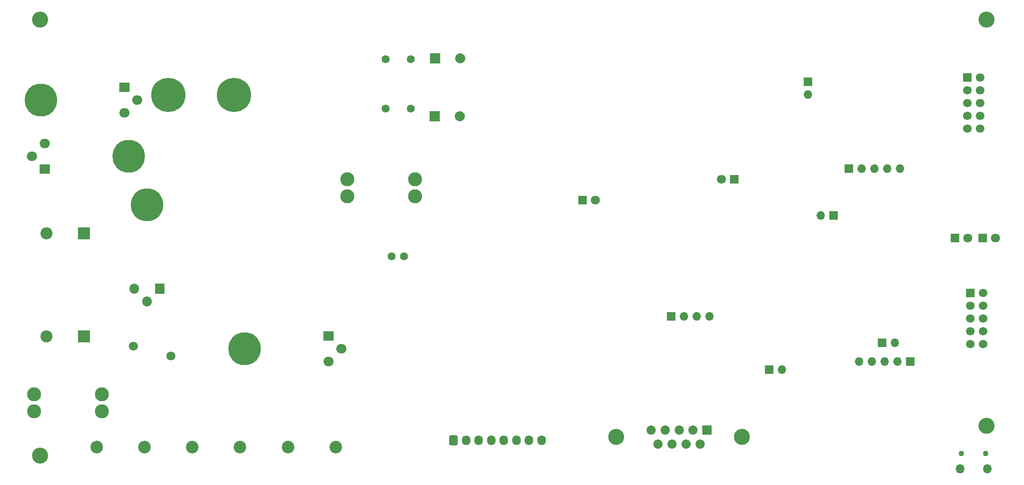
<source format=gbs>
G04 #@! TF.GenerationSoftware,KiCad,Pcbnew,8.0.8*
G04 #@! TF.CreationDate,2025-02-25T18:25:39+01:00*
G04 #@! TF.ProjectId,EPS,4550532e-6b69-4636-9164-5f7063625858,rev?*
G04 #@! TF.SameCoordinates,Original*
G04 #@! TF.FileFunction,Soldermask,Bot*
G04 #@! TF.FilePolarity,Negative*
%FSLAX46Y46*%
G04 Gerber Fmt 4.6, Leading zero omitted, Abs format (unit mm)*
G04 Created by KiCad (PCBNEW 8.0.8) date 2025-02-25 18:25:39*
%MOMM*%
%LPD*%
G01*
G04 APERTURE LIST*
G04 Aperture macros list*
%AMRoundRect*
0 Rectangle with rounded corners*
0 $1 Rounding radius*
0 $2 $3 $4 $5 $6 $7 $8 $9 X,Y pos of 4 corners*
0 Add a 4 corners polygon primitive as box body*
4,1,4,$2,$3,$4,$5,$6,$7,$8,$9,$2,$3,0*
0 Add four circle primitives for the rounded corners*
1,1,$1+$1,$2,$3*
1,1,$1+$1,$4,$5*
1,1,$1+$1,$6,$7*
1,1,$1+$1,$8,$9*
0 Add four rect primitives between the rounded corners*
20,1,$1+$1,$2,$3,$4,$5,0*
20,1,$1+$1,$4,$5,$6,$7,0*
20,1,$1+$1,$6,$7,$8,$9,0*
20,1,$1+$1,$8,$9,$2,$3,0*%
G04 Aperture macros list end*
%ADD10R,1.700000X1.700000*%
%ADD11O,1.700000X1.700000*%
%ADD12C,6.800000*%
%ADD13C,3.200000*%
%ADD14C,2.800000*%
%ADD15C,1.800000*%
%ADD16R,1.800000X1.800000*%
%ADD17C,2.500000*%
%ADD18O,2.000000X1.905000*%
%ADD19R,2.000000X1.905000*%
%ADD20O,6.500000X6.500000*%
%ADD21C,1.600000*%
%ADD22C,2.400000*%
%ADD23R,2.400000X2.400000*%
%ADD24O,1.905000X2.000000*%
%ADD25R,1.905000X2.000000*%
%ADD26C,1.700000*%
%ADD27RoundRect,0.250000X-0.600000X-0.725000X0.600000X-0.725000X0.600000X0.725000X-0.600000X0.725000X0*%
%ADD28O,1.700000X1.950000*%
%ADD29C,3.180000*%
%ADD30RoundRect,0.102000X-0.817500X-0.817500X0.817500X-0.817500X0.817500X0.817500X-0.817500X0.817500X0*%
%ADD31C,1.839000*%
%ADD32O,1.800000X1.800000*%
%ADD33C,1.100000*%
%ADD34R,2.000000X2.000000*%
%ADD35C,2.000000*%
G04 APERTURE END LIST*
D10*
X203210000Y-81210000D03*
D11*
X205750000Y-81210000D03*
X208290000Y-81210000D03*
X210830000Y-81210000D03*
X213370000Y-81210000D03*
D12*
X68000000Y-66500000D03*
X81000000Y-66500000D03*
D13*
X42500000Y-138250000D03*
D14*
X103515000Y-83300000D03*
X103515000Y-86700000D03*
X116985000Y-83300000D03*
X116985000Y-86700000D03*
D15*
X152780000Y-87475000D03*
D16*
X150240000Y-87475000D03*
D17*
X72725000Y-136500000D03*
X82225000Y-136500000D03*
D18*
X59287500Y-70040000D03*
X61827500Y-67500000D03*
D19*
X59287500Y-64960000D03*
D20*
X42627500Y-67500000D03*
D10*
X215365000Y-119500000D03*
D11*
X212825000Y-119500000D03*
X210285000Y-119500000D03*
X207745000Y-119500000D03*
X205205000Y-119500000D03*
D13*
X230500000Y-51500000D03*
D21*
X112300000Y-98650000D03*
X114800000Y-98650000D03*
D16*
X224290000Y-95000000D03*
D15*
X226830000Y-95000000D03*
D22*
X43727780Y-114500000D03*
D23*
X51227780Y-114500000D03*
D14*
X54750000Y-129420000D03*
X54750000Y-126020000D03*
X41280000Y-129420000D03*
X41280000Y-126020000D03*
D18*
X43462500Y-76210000D03*
X40922500Y-78750000D03*
D19*
X43462500Y-81290000D03*
D20*
X60122500Y-78750000D03*
D21*
X116132677Y-59450000D03*
X111132677Y-59450000D03*
D15*
X61015280Y-116510000D03*
X68515280Y-118410000D03*
D13*
X230500000Y-132290000D03*
D24*
X61210000Y-105037500D03*
X63750000Y-107577500D03*
D25*
X66290000Y-105037500D03*
D20*
X63750000Y-88377500D03*
D16*
X229750000Y-95000000D03*
D15*
X232290000Y-95000000D03*
D13*
X42500000Y-51500000D03*
D10*
X187375000Y-121140000D03*
D11*
X189915000Y-121140000D03*
D10*
X209750000Y-115765000D03*
D11*
X212290000Y-115765000D03*
D20*
X83127500Y-117000000D03*
D19*
X99787500Y-114460000D03*
D18*
X102327500Y-117000000D03*
X99787500Y-119540000D03*
D10*
X200145000Y-90490000D03*
D11*
X197605000Y-90490000D03*
D10*
X226750000Y-63090000D03*
D26*
X229290000Y-63090000D03*
X226750000Y-65630000D03*
X229290000Y-65630000D03*
X226750000Y-68170000D03*
X229290000Y-68170000D03*
X226750000Y-70710000D03*
X229290000Y-70710000D03*
X226750000Y-73250000D03*
X229290000Y-73250000D03*
D10*
X195025000Y-63935000D03*
D11*
X195025000Y-66475000D03*
D16*
X180440000Y-83300000D03*
D15*
X177900000Y-83300000D03*
D17*
X91725000Y-136500000D03*
X101225000Y-136500000D03*
D27*
X124630000Y-135160000D03*
D28*
X127130000Y-135160000D03*
X129630000Y-135160000D03*
X132130000Y-135160000D03*
X134630000Y-135160000D03*
X137130000Y-135160000D03*
X139630000Y-135160000D03*
X142130000Y-135160000D03*
D17*
X53730000Y-136500000D03*
X63230000Y-136500000D03*
D29*
X156950000Y-134540000D03*
X181950000Y-134540000D03*
D30*
X174990000Y-133120000D03*
D31*
X172220000Y-133120000D03*
X169450000Y-133120000D03*
X166680000Y-133120000D03*
X163910000Y-133120000D03*
X173605000Y-135960000D03*
X170835000Y-135960000D03*
X168065000Y-135960000D03*
X165295000Y-135960000D03*
D10*
X167850000Y-110580000D03*
D11*
X170390000Y-110580000D03*
X172930000Y-110580000D03*
X175470000Y-110580000D03*
D32*
X225245000Y-140880000D03*
D33*
X225555000Y-137800000D03*
X230395000Y-137800000D03*
D32*
X230705000Y-140880000D03*
D10*
X227290000Y-105880000D03*
D26*
X229830000Y-105880000D03*
X227290000Y-108420000D03*
X229830000Y-108420000D03*
X227290000Y-110960000D03*
X229830000Y-110960000D03*
X227290000Y-113500000D03*
X229830000Y-113500000D03*
X227290000Y-116040000D03*
X229830000Y-116040000D03*
D34*
X121000000Y-59250000D03*
D35*
X126000000Y-59250000D03*
D34*
X120867677Y-70750000D03*
D35*
X125867677Y-70750000D03*
D21*
X111167677Y-69250000D03*
X116167677Y-69250000D03*
D23*
X51227780Y-94000000D03*
D22*
X43727780Y-94000000D03*
M02*

</source>
